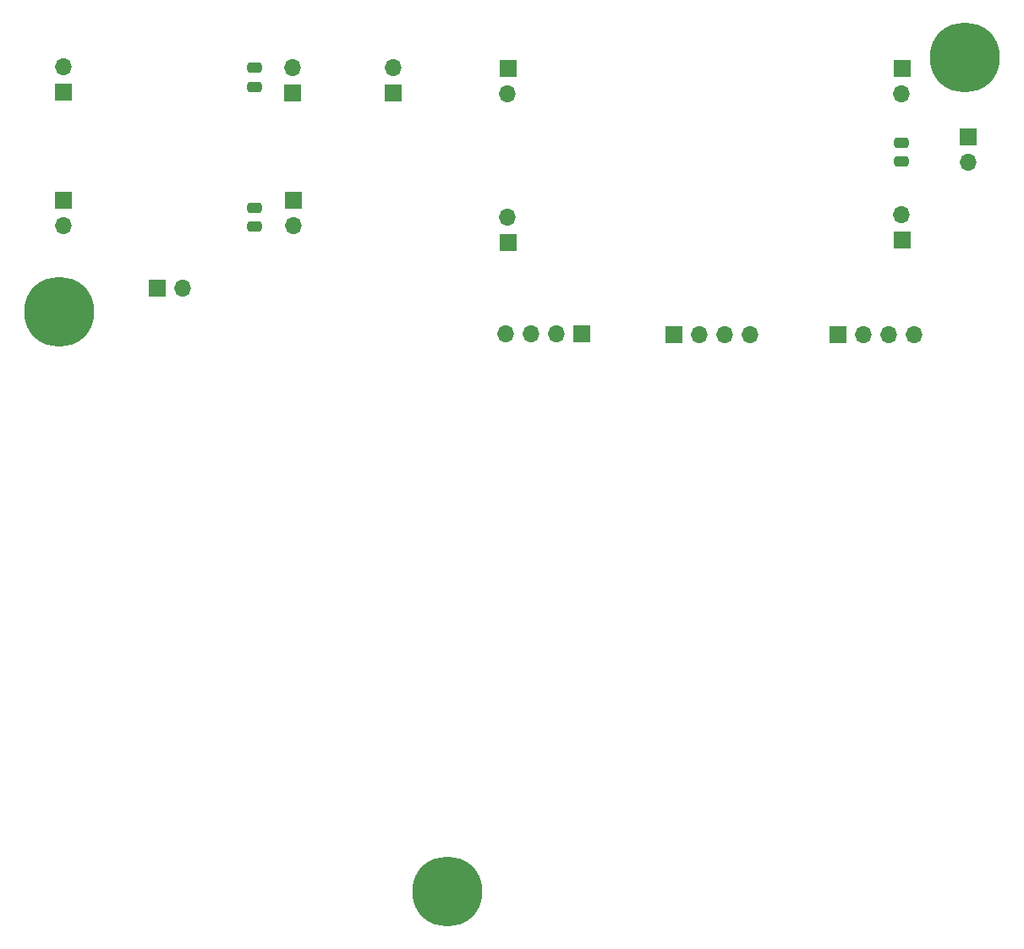
<source format=gbs>
G04 #@! TF.GenerationSoftware,KiCad,Pcbnew,(6.0.10)*
G04 #@! TF.CreationDate,2023-02-06T13:43:24-03:00*
G04 #@! TF.ProjectId,PowerSupply_HW,506f7765-7253-4757-9070-6c795f48572e,rev?*
G04 #@! TF.SameCoordinates,Original*
G04 #@! TF.FileFunction,Soldermask,Bot*
G04 #@! TF.FilePolarity,Negative*
%FSLAX46Y46*%
G04 Gerber Fmt 4.6, Leading zero omitted, Abs format (unit mm)*
G04 Created by KiCad (PCBNEW (6.0.10)) date 2023-02-06 13:43:24*
%MOMM*%
%LPD*%
G01*
G04 APERTURE LIST*
G04 Aperture macros list*
%AMRoundRect*
0 Rectangle with rounded corners*
0 $1 Rounding radius*
0 $2 $3 $4 $5 $6 $7 $8 $9 X,Y pos of 4 corners*
0 Add a 4 corners polygon primitive as box body*
4,1,4,$2,$3,$4,$5,$6,$7,$8,$9,$2,$3,0*
0 Add four circle primitives for the rounded corners*
1,1,$1+$1,$2,$3*
1,1,$1+$1,$4,$5*
1,1,$1+$1,$6,$7*
1,1,$1+$1,$8,$9*
0 Add four rect primitives between the rounded corners*
20,1,$1+$1,$2,$3,$4,$5,0*
20,1,$1+$1,$4,$5,$6,$7,0*
20,1,$1+$1,$6,$7,$8,$9,0*
20,1,$1+$1,$8,$9,$2,$3,0*%
G04 Aperture macros list end*
%ADD10C,7.000000*%
%ADD11R,1.700000X1.700000*%
%ADD12O,1.700000X1.700000*%
%ADD13RoundRect,0.250000X-0.475000X0.250000X-0.475000X-0.250000X0.475000X-0.250000X0.475000X0.250000X0*%
%ADD14RoundRect,0.250000X0.475000X-0.250000X0.475000X0.250000X-0.475000X0.250000X-0.475000X-0.250000X0*%
G04 APERTURE END LIST*
D10*
X150749000Y-40767000D03*
D11*
X151040000Y-48685000D03*
D12*
X151040000Y-51225000D03*
D10*
X98882200Y-124307600D03*
D11*
X112370000Y-68450000D03*
D12*
X109830000Y-68450000D03*
X107290000Y-68450000D03*
X104750000Y-68450000D03*
D10*
X60071000Y-66243200D03*
D11*
X138049000Y-68500000D03*
D12*
X140589000Y-68500000D03*
X143129000Y-68500000D03*
X145669000Y-68500000D03*
D11*
X69885000Y-63900000D03*
D12*
X72425000Y-63900000D03*
D11*
X60520200Y-44219000D03*
D12*
X60520200Y-41679000D03*
D11*
X60511000Y-55081000D03*
D12*
X60511000Y-57621000D03*
X83440200Y-41739000D03*
D11*
X83440200Y-44279000D03*
D12*
X83472600Y-57570200D03*
D11*
X83472600Y-55030200D03*
X121650000Y-68500000D03*
D12*
X124190000Y-68500000D03*
X126730000Y-68500000D03*
X129270000Y-68500000D03*
D11*
X93510000Y-44275000D03*
D12*
X93510000Y-41735000D03*
D11*
X104975000Y-41860000D03*
D12*
X104953000Y-44370400D03*
X104953000Y-56765600D03*
D11*
X104975000Y-59310000D03*
X144445000Y-59005000D03*
D12*
X144424600Y-56460800D03*
D11*
X144445000Y-41860000D03*
D12*
X144424600Y-44370400D03*
D13*
X79620000Y-41780000D03*
X79620000Y-43680000D03*
D14*
X79640000Y-57700000D03*
X79640000Y-55800000D03*
X144420000Y-51200000D03*
X144420000Y-49300000D03*
M02*

</source>
